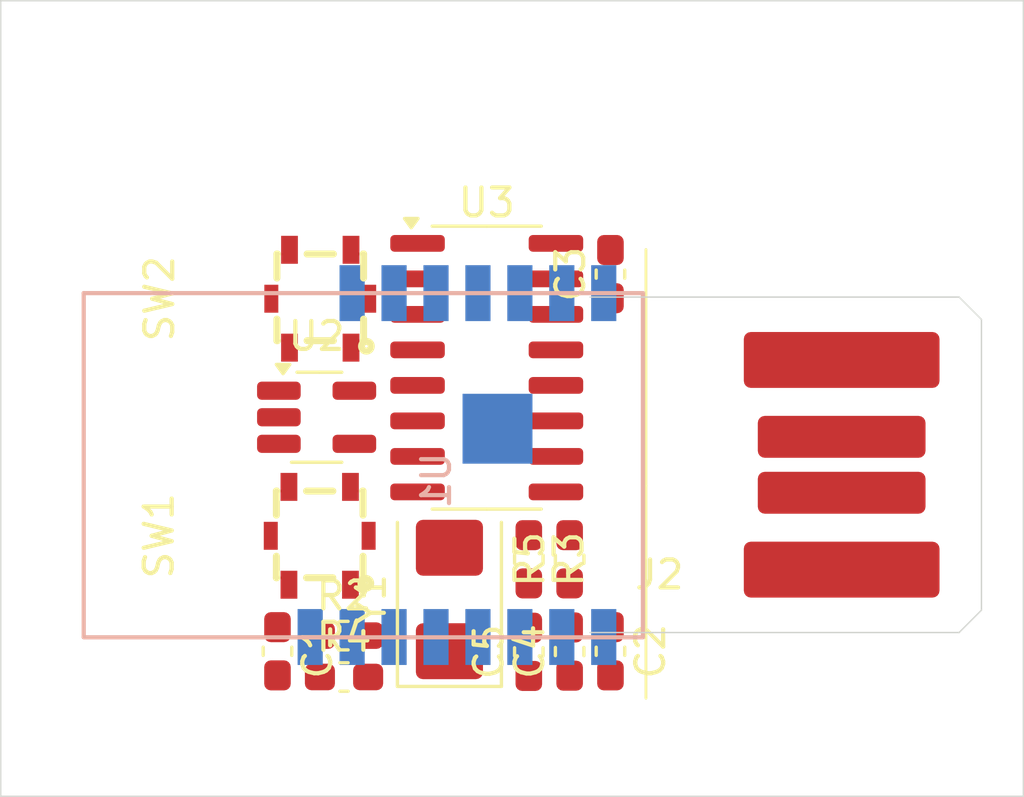
<source format=kicad_pcb>
(kicad_pcb (version 20241229) (generator "pcbnew") (generator_version "9.0")
  (layers (0 "F.Cu" signal) (2 "B.Cu" signal) (13 "F.Paste" user) (15 "B.Paste" user) (5 "F.SilkS" user "F.Silkscreen") (7 "B.SilkS" user "B.Silkscreen") (1 "F.Mask" user) (3 "B.Mask" user) (25 "Edge.Cuts" user))
  (net 0 "")
  (net 1 "GND")
  (net 2 "VBUS")
  (net 3 "+3.3V")
  (net 4 "Net-(U3-XO)")
  (net 5 "Net-(U3-XI)")
  (net 6 "D+")
  (net 7 "D-")
  (net 8 "Net-(U2-EN)")
  (net 9 "Net-(U1-GPIO0)")
  (net 10 "Net-(U1-RST)")
  (net 11 "Net-(U1-GPIO2)")
  (net 18 "Net-(U1-RX)")
  (net 26 "Net-(U1-TX)")
  (footprint "Capacitor_SMD:C_0603_1608Metric_Pad1.08x0.95mm_HandSolder" (layer "F.Cu") (at 127.77 81.76 90)
    (property "Reference" "C4" (at 0 -1.43 90) (layer "F.SilkS"))
    (property "Value" "30pF")
    (fp_line (start -0.146267 -0.51) (end 0.146267 -0.51) (stroke (width 0.12)) (layer "F.SilkS"))
    (fp_line (start -0.146267 0.51) (end 0.146267 0.51) (stroke (width 0.12)) (layer "F.SilkS"))
    (pad "1" smd roundrect (at -0.8625 0 90) (size 1.075 0.95) (layers "F.Cu" "F.Mask" "F.Paste") (net 4 "Net-(U3-XO)"))
    (pad "2" smd roundrect (at 0.8625 0 90) (size 1.075 0.95) (layers "F.Cu" "F.Mask" "F.Paste") (net 1 "GND"))
  )
  (footprint "Crystal:Crystal_SMD_5032-2Pin_5.0x3.2mm" (layer "F.Cu") (at 123.47 79.8975 90)
    (property "Reference" "Y1" (at 0 -2.8 90) (layer "F.SilkS"))
    (property "Value" "12MHz")
    (fp_line (start 2.76 -1.86) (end -3.11 -1.86) (stroke (width 0.12)) (layer "F.SilkS"))
    (fp_line (start -3.11 -1.86) (end -3.11 1.86) (stroke (width 0.12)) (layer "F.SilkS"))
    (fp_line (start -3.11 1.86) (end 2.76 1.86) (stroke (width 0.12)) (layer "F.SilkS"))
    (pad "1" smd roundrect (at -1.85 0 90) (size 2 2.4) (layers "F.Cu" "F.Mask" "F.Paste") (roundrect_rratio 0.125) (net 4 "Net-(U3-XO)"))
    (pad "2" smd roundrect (at 1.85 0 90) (size 2 2.4) (layers "F.Cu" "F.Mask" "F.Paste") (roundrect_rratio 0.125) (net 5 "Net-(U3-XI)"))
  )
  (footprint "Capacitor_SMD:C_0603_1608Metric_Pad1.08x0.95mm_HandSolder" (layer "F.Cu") (at 119.7 82.67)
    (property "Reference" "R4" (at 0 -1.43 0) (layer "F.SilkS"))
    (property "Value" "10k")
    (fp_line (start -0.146267 -0.51) (end 0.146267 -0.51) (stroke (width 0.12)) (layer "F.SilkS"))
    (fp_line (start -0.146267 0.51) (end 0.146267 0.51) (stroke (width 0.12)) (layer "F.SilkS"))
    (pad "1" smd roundrect (at -0.8625 0) (size 1.075 0.95) (layers "F.Cu" "F.Mask" "F.Paste") (net 10 "Net-(U1-RST)"))
    (pad "2" smd roundrect (at 0.8625 0) (size 1.075 0.95) (layers "F.Cu" "F.Mask" "F.Paste") (net 3 "+3.3V"))
  )
  (footprint "Capacitor_SMD:C_0603_1608Metric_Pad1.08x0.95mm_HandSolder" (layer "F.Cu") (at 127.77 78.46 90)
    (property "Reference" "R5" (at 0 -1.43 90) (layer "F.SilkS"))
    (property "Value" "10k")
    (fp_line (start -0.146267 -0.51) (end 0.146267 -0.51) (stroke (width 0.12)) (layer "F.SilkS"))
    (fp_line (start -0.146267 0.51) (end 0.146267 0.51) (stroke (width 0.12)) (layer "F.SilkS"))
    (pad "1" smd roundrect (at -0.8625 0 90) (size 1.075 0.95) (layers "F.Cu" "F.Mask" "F.Paste") (net 3 "+3.3V"))
    (pad "2" smd roundrect (at 0.8625 0 90) (size 1.075 0.95) (layers "F.Cu" "F.Mask" "F.Paste") (net 11 "Net-(U1-GPIO2)"))
  )
  (footprint "button:KEY-SMD_4P-L3.1-W3.1-P2.00_TS-1077S-01726" (layer "F.Cu") (at 118.85 69.14 90)
    (property "Reference" "SW2" (at 0 -5.75 90) (layer "F.SilkS"))
    (property "Value" "TS-1077S-01726")
    (fp_line (start 1.6 -1.55) (end 1.6 -1.53) (stroke (width 0.25)) (layer "F.SilkS"))
    (fp_line (start 0.74 -1.55) (end 1.6 -1.55) (stroke (width 0.25)) (layer "F.SilkS"))
    (fp_line (start -1.5 -1.55) (end -0.73 -1.55) (stroke (width 0.25)) (layer "F.SilkS"))
    (fp_line (start -1.5 -1.53) (end -1.5 -1.55) (stroke (width 0.25)) (layer "F.SilkS"))
    (fp_line (start 1.6 -0.47) (end 1.6 0.47) (stroke (width 0.25)) (layer "F.SilkS"))
    (fp_line (start -1.5 0.47) (end -1.5 -0.47) (stroke (width 0.25)) (layer "F.SilkS"))
    (fp_line (start 1.6 1.53) (end 1.6 1.55) (stroke (width 0.25)) (layer "F.SilkS"))
    (fp_line (start 1.6 1.55) (end 0.74 1.55) (stroke (width 0.25)) (layer "F.SilkS"))
    (fp_line (start -0.73 1.55) (end -1.5 1.55) (stroke (width 0.25)) (layer "F.SilkS"))
    (fp_line (start -1.5 1.55) (end -1.5 1.53) (stroke (width 0.25)) (layer "F.SilkS"))
    (fp_circle (center -1.7 1.65) (end -1.65 1.65) (stroke (width 0.25)) (fill no) (layer "F.SilkS"))
    (pad "1" smd rect (at -1.75 1.1 180) (size 0.6 1) (layers "F.Cu" "F.Mask" "F.Paste") (net 10 "Net-(U1-RST)"))
    (pad "2" smd rect (at 1.75 1.1 180) (size 0.6 1) (layers "F.Cu" "F.Mask" "F.Paste"))
    (pad "3" smd rect (at 1.75 -1.1 180) (size 0.6 1) (layers "F.Cu" "F.Mask" "F.Paste") (net 1 "GND"))
    (pad "4" smd rect (at -1.75 -1.1 180) (size 0.6 1) (layers "F.Cu" "F.Mask" "F.Paste"))
    (pad "5" smd rect (at 0 -1.75 180) (size 0.5 1) (layers "F.Cu" "F.Mask" "F.Paste"))
    (pad "5" smd rect (at 0 1.75 180) (size 0.5 1) (layers "F.Cu" "F.Mask" "F.Paste"))
  )
  (footprint "Capacitor_SMD:C_0603_1608Metric_Pad1.08x0.95mm_HandSolder" (layer "F.Cu") (at 129.23 68.26 90)
    (property "Reference" "C3" (at 0 -1.43 90) (layer "F.SilkS"))
    (property "Value" "100nF")
    (fp_line (start -0.146267 -0.51) (end 0.146267 -0.51) (stroke (width 0.12)) (layer "F.SilkS"))
    (fp_line (start -0.146267 0.51) (end 0.146267 0.51) (stroke (width 0.12)) (layer "F.SilkS"))
    (pad "1" smd roundrect (at -0.8625 0 90) (size 1.075 0.95) (layers "F.Cu" "F.Mask" "F.Paste") (net 3 "+3.3V"))
    (pad "2" smd roundrect (at 0.8625 0 90) (size 1.075 0.95) (layers "F.Cu" "F.Mask" "F.Paste") (net 1 "GND"))
  )
  (footprint "Package_SO:SOIC-16_3.9x9.9mm_P1.27mm" (layer "F.Cu") (at 124.805 71.605)
    (property "Reference" "U3" (at 0 -5.9 0) (layer "F.SilkS"))
    (property "Value" "CH340G")
    (fp_line (start 0 -5.06) (end -1.95 -5.06) (stroke (width 0.12)) (layer "F.SilkS"))
    (fp_line (start 0 -5.06) (end 1.95 -5.06) (stroke (width 0.12)) (layer "F.SilkS"))
    (fp_line (start 0 5.06) (end -1.95 5.06) (stroke (width 0.12)) (layer "F.SilkS"))
    (fp_line (start 0 5.06) (end 1.95 5.06) (stroke (width 0.12)) (layer "F.SilkS"))
    (fp_poly (pts (xy -2.7 -5.005) (xy -2.94 -5.335) (xy -2.46 -5.335)) (stroke (width 0.12)) (fill yes) (layer "F.SilkS"))
    (pad "1" smd roundrect (at -2.475 -4.445) (size 1.95 0.6) (layers "F.Cu" "F.Mask" "F.Paste") (net 1 "GND"))
    (pad "2" smd roundrect (at -2.475 -3.175) (size 1.95 0.6) (layers "F.Cu" "F.Mask" "F.Paste") (net 18 "Net-(U1-RX)"))
    (pad "3" smd roundrect (at -2.475 -1.905) (size 1.95 0.6) (layers "F.Cu" "F.Mask" "F.Paste") (net 26 "Net-(U1-TX)"))
    (pad "4" smd roundrect (at -2.475 -0.635) (size 1.95 0.6) (layers "F.Cu" "F.Mask" "F.Paste") (net 3 "+3.3V"))
    (pad "5" smd roundrect (at -2.475 0.635) (size 1.95 0.6) (layers "F.Cu" "F.Mask" "F.Paste") (net 6 "D+"))
    (pad "6" smd roundrect (at -2.475 1.905) (size 1.95 0.6) (layers "F.Cu" "F.Mask" "F.Paste") (net 7 "D-"))
    (pad "7" smd roundrect (at -2.475 3.175) (size 1.95 0.6) (layers "F.Cu" "F.Mask" "F.Paste") (net 5 "Net-(U3-XI)"))
    (pad "8" smd roundrect (at -2.475 4.445) (size 1.95 0.6) (layers "F.Cu" "F.Mask" "F.Paste") (net 4 "Net-(U3-XO)"))
    (pad "9" smd roundrect (at 2.475 4.445) (size 1.95 0.6) (layers "F.Cu" "F.Mask" "F.Paste"))
    (pad "10" smd roundrect (at 2.475 3.175) (size 1.95 0.6) (layers "F.Cu" "F.Mask" "F.Paste"))
    (pad "11" smd roundrect (at 2.475 1.905) (size 1.95 0.6) (layers "F.Cu" "F.Mask" "F.Paste"))
    (pad "12" smd roundrect (at 2.475 0.635) (size 1.95 0.6) (layers "F.Cu" "F.Mask" "F.Paste"))
    (pad "13" smd roundrect (at 2.475 -0.635) (size 1.95 0.6) (layers "F.Cu" "F.Mask" "F.Paste"))
    (pad "14" smd roundrect (at 2.475 -1.905) (size 1.95 0.6) (layers "F.Cu" "F.Mask" "F.Paste"))
    (pad "15" smd roundrect (at 2.475 -3.175) (size 1.95 0.6) (layers "F.Cu" "F.Mask" "F.Paste"))
    (pad "16" smd roundrect (at 2.475 -4.445) (size 1.95 0.6) (layers "F.Cu" "F.Mask" "F.Paste") (net 3 "+3.3V"))
  )
  (footprint "Capacitor_SMD:C_0603_1608Metric_Pad1.08x0.95mm_HandSolder" (layer "F.Cu") (at 126.31 78.46 -90)
    (property "Reference" "R3" (at 0 -1.43 90) (layer "F.SilkS"))
    (property "Value" "10k")
    (fp_line (start -0.146267 0.51) (end 0.146267 0.51) (stroke (width 0.12)) (layer "F.SilkS"))
    (fp_line (start -0.146267 -0.51) (end 0.146267 -0.51) (stroke (width 0.12)) (layer "F.SilkS"))
    (pad "1" smd roundrect (at -0.8625 0 270) (size 1.075 0.95) (layers "F.Cu" "F.Mask" "F.Paste") (net 9 "Net-(U1-GPIO0)"))
    (pad "2" smd roundrect (at 0.8625 0 270) (size 1.075 0.95) (layers "F.Cu" "F.Mask" "F.Paste") (net 3 "+3.3V"))
  )
  (footprint "Capacitor_SMD:C_0603_1608Metric_Pad1.08x0.95mm_HandSolder" (layer "F.Cu") (at 126.31 81.77 90)
    (property "Reference" "C5" (at 0 -1.43 90) (layer "F.SilkS"))
    (property "Value" "30pF")
    (fp_line (start -0.146267 -0.51) (end 0.146267 -0.51) (stroke (width 0.12)) (layer "F.SilkS"))
    (fp_line (start -0.146267 0.51) (end 0.146267 0.51) (stroke (width 0.12)) (layer "F.SilkS"))
    (pad "1" smd roundrect (at -0.8625 0 90) (size 1.075 0.95) (layers "F.Cu" "F.Mask" "F.Paste") (net 5 "Net-(U3-XI)"))
    (pad "2" smd roundrect (at 0.8625 0 90) (size 1.075 0.95) (layers "F.Cu" "F.Mask" "F.Paste") (net 1 "GND"))
  )
  (footprint "Capacitor_SMD:C_0603_1608Metric_Pad1.08x0.95mm_HandSolder" (layer "F.Cu") (at 119.7 81.19)
    (property "Reference" "R2" (at 0 -1.43 0) (layer "F.SilkS"))
    (property "Value" "1k")
    (fp_line (start -0.146267 -0.51) (end 0.146267 -0.51) (stroke (width 0.12)) (layer "F.SilkS"))
    (fp_line (start -0.146267 0.51) (end 0.146267 0.51) (stroke (width 0.12)) (layer "F.SilkS"))
    (pad "1" smd roundrect (at -0.8625 0) (size 1.075 0.95) (layers "F.Cu" "F.Mask" "F.Paste") (net 2 "VBUS"))
    (pad "2" smd roundrect (at 0.8625 0) (size 1.075 0.95) (layers "F.Cu" "F.Mask" "F.Paste") (net 8 "Net-(U2-EN)"))
  )
  (footprint "Capacitor_SMD:C_0603_1608Metric_Pad1.08x0.95mm_HandSolder" (layer "F.Cu") (at 129.23 81.75 -90)
    (property "Reference" "C2" (at 0 -1.43 90) (layer "F.SilkS"))
    (property "Value" "1uF")
    (fp_line (start -0.146267 0.51) (end 0.146267 0.51) (stroke (width 0.12)) (layer "F.SilkS"))
    (fp_line (start -0.146267 -0.51) (end 0.146267 -0.51) (stroke (width 0.12)) (layer "F.SilkS"))
    (pad "1" smd roundrect (at -0.8625 0 270) (size 1.075 0.95) (layers "F.Cu" "F.Mask" "F.Paste") (net 3 "+3.3V"))
    (pad "2" smd roundrect (at 0.8625 0 270) (size 1.075 0.95) (layers "F.Cu" "F.Mask" "F.Paste") (net 1 "GND"))
  )
  (footprint "Package_TO_SOT_SMD:SOT-23-5_HandSoldering" (layer "F.Cu") (at 118.72 73.38)
    (property "Reference" "U2" (at 0 -2.9 0) (layer "F.SilkS"))
    (property "Value" "AP2112K-3.3")
    (fp_line (start -0.9 1.61) (end 0.9 1.61) (stroke (width 0.12)) (layer "F.SilkS"))
    (fp_line (start 0.1 -1.61) (end -0.7 -1.61) (stroke (width 0.12)) (layer "F.SilkS"))
    (fp_line (start 0.1 -1.61) (end 0.9 -1.61) (stroke (width 0.12)) (layer "F.SilkS"))
    (fp_poly (pts (xy -1.2 -1.56) (xy -1.44 -1.89) (xy -0.96 -1.89) (xy -1.2 -1.56)) (stroke (width 0.12)) (fill yes) (layer "F.SilkS"))
    (pad "1" smd roundrect (at -1.35 -0.95) (size 1.56 0.65) (layers "F.Cu" "F.Mask" "F.Paste") (net 2 "VBUS"))
    (pad "2" smd roundrect (at -1.35 0) (size 1.56 0.65) (layers "F.Cu" "F.Mask" "F.Paste") (net 1 "GND"))
    (pad "3" smd roundrect (at -1.35 0.95) (size 1.56 0.65) (layers "F.Cu" "F.Mask" "F.Paste") (net 8 "Net-(U2-EN)"))
    (pad "4" smd roundrect (at 1.35 0.95) (size 1.56 0.65) (layers "F.Cu" "F.Mask" "F.Paste"))
    (pad "5" smd roundrect (at 1.35 -0.95) (size 1.56 0.65) (layers "F.Cu" "F.Mask" "F.Paste") (net 3 "+3.3V"))
  )
  (footprint "Connector_USB_PCB_Edge:USB_A_PCB_Edge_receptacle" (layer "F.Cu") (at 137.5 75.08 180)
    (property "Reference" "J2" (at 6.52 -3.93 0) (layer "F.SilkS"))
    (property "Value" "USB_A_PCB_Edge_receptacle")
    (fp_line (start 9 6) (end -4.2 6) (stroke (width 0.05)) (layer "Edge.Cuts"))
    (fp_line (start 9 -6) (end -4.2 -6) (stroke (width 0.05)) (layer "Edge.Cuts"))
    (fp_line (start -5 5.2) (end -4.2 6) (stroke (width 0.05)) (layer "Edge.Cuts"))
    (fp_line (start -5 -5.2) (end -4.2 -6) (stroke (width 0.05)) (layer "Edge.Cuts"))
    (fp_line (start -5 -5.2) (end -5 5.2) (stroke (width 0.05)) (layer "Edge.Cuts"))
    (pad "1" smd roundrect (at 0 3.75 180) (size 7 2) (layers "F.Cu" "F.Mask") (roundrect_rratio 0.125) (net 2 "VBUS"))
    (pad "2" smd roundrect (at 0 1 180) (size 6 1.5) (layers "F.Cu" "F.Mask") (roundrect_rratio 0.1666666667) (net 7 "D-"))
    (pad "3" smd roundrect (at 0 -1 180) (size 6 1.5) (layers "F.Cu" "F.Mask") (roundrect_rratio 0.1666666667) (net 6 "D+"))
    (pad "4" smd roundrect (at 0 -3.75 180) (size 7 2) (layers "F.Cu" "F.Mask") (roundrect_rratio 0.125) (net 1 "GND"))
  )
  (footprint "button:KEY-SMD_4P-L3.1-W3.1-P2.00_TS-1077S-01726" (layer "F.Cu") (at 118.83 77.62 90)
    (property "Reference" "SW1" (at 0 -5.75 90) (layer "F.SilkS"))
    (property "Value" "TS-1077S-01726")
    (fp_line (start 1.6 -1.55) (end 1.6 -1.53) (stroke (width 0.25)) (layer "F.SilkS"))
    (fp_line (start 0.74 -1.55) (end 1.6 -1.55) (stroke (width 0.25)) (layer "F.SilkS"))
    (fp_line (start -1.5 -1.55) (end -0.73 -1.55) (stroke (width 0.25)) (layer "F.SilkS"))
    (fp_line (start -1.5 -1.53) (end -1.5 -1.55) (stroke (width 0.25)) (layer "F.SilkS"))
    (fp_line (start 1.6 -0.47) (end 1.6 0.47) (stroke (width 0.25)) (layer "F.SilkS"))
    (fp_line (start -1.5 0.47) (end -1.5 -0.47) (stroke (width 0.25)) (layer "F.SilkS"))
    (fp_line (start 1.6 1.53) (end 1.6 1.55) (stroke (width 0.25)) (layer "F.SilkS"))
    (fp_line (start 1.6 1.55) (end 0.74 1.55) (stroke (width 0.25)) (layer "F.SilkS"))
    (fp_line (start -0.73 1.55) (end -1.5 1.55) (stroke (width 0.25)) (layer "F.SilkS"))
    (fp_line (start -1.5 1.55) (end -1.5 1.53) (stroke (width 0.25)) (layer "F.SilkS"))
    (fp_circle (center -1.7 1.65) (end -1.65 1.65) (stroke (width 0.25)) (fill no) (layer "F.SilkS"))
    (pad "1" smd rect (at -1.75 1.1 180) (size 0.6 1) (layers "F.Cu" "F.Mask" "F.Paste") (net 9 "Net-(U1-GPIO0)"))
    (pad "2" smd rect (at 1.75 1.1 180) (size 0.6 1) (layers "F.Cu" "F.Mask" "F.Paste"))
    (pad "3" smd rect (at 1.75 -1.1 180) (size 0.6 1) (layers "F.Cu" "F.Mask" "F.Paste") (net 1 "GND"))
    (pad "4" smd rect (at -1.75 -1.1 180) (size 0.6 1) (layers "F.Cu" "F.Mask" "F.Paste"))
    (pad "5" smd rect (at 0 -1.75 180) (size 0.5 1) (layers "F.Cu" "F.Mask" "F.Paste"))
    (pad "5" smd rect (at 0 1.75 180) (size 0.5 1) (layers "F.Cu" "F.Mask" "F.Paste"))
  )
  (footprint "Capacitor_SMD:C_0603_1608Metric_Pad1.08x0.95mm_HandSolder" (layer "F.Cu") (at 117.32 81.75 -90)
    (property "Reference" "C1" (at 0 -1.43 90) (layer "F.SilkS"))
    (property "Value" "1uF")
    (fp_line (start -0.146267 0.51) (end 0.146267 0.51) (stroke (width 0.12)) (layer "F.SilkS"))
    (fp_line (start -0.146267 -0.51) (end 0.146267 -0.51) (stroke (width 0.12)) (layer "F.SilkS"))
    (pad "1" smd roundrect (at -0.8625 0 270) (size 1.075 0.95) (layers "F.Cu" "F.Mask" "F.Paste") (net 2 "VBUS"))
    (pad "2" smd roundrect (at 0.8625 0 270) (size 1.075 0.95) (layers "F.Cu" "F.Mask" "F.Paste") (net 1 "GND"))
  )
  (footprint "ESP8285:ESP-M2" (layer "B.Cu") (at 122.99 75.09 -90)
    (property "Reference" "U1" (at 0.55 -0.01 90) (layer "B.SilkS") (effects (justify mirror)))
    (property "Value" "ESP-M2")
    (fp_line (start -6.15 12.6) (end 6.15 12.6) (stroke (width 0.15)) (layer "B.SilkS"))
    (fp_line (start -6.15 -7.4) (end -6.15 12.6) (stroke (width 0.15)) (layer "B.SilkS"))
    (fp_line (start 6.15 -7.4) (end -6.15 -7.4) (stroke (width 0.15)) (layer "B.SilkS"))
    (fp_line (start 6.16 -7.4) (end 6.16 12.6) (stroke (width 0.15)) (layer "B.SilkS"))
    (pad "1" smd rect (at -6.15 3 180) (size 0.9 2) (layers "B.Cu" "B.Mask" "B.Paste"))
    (pad "2" smd rect (at -6.15 1.5 180) (size 0.9 2) (layers "B.Cu" "B.Mask" "B.Paste"))
    (pad "3" smd rect (at -6.15 0 180) (size 0.9 2) (layers "B.Cu" "B.Mask" "B.Paste"))
    (pad "4" smd rect (at -6.15 -1.5 180) (size 0.9 2) (layers "B.Cu" "B.Mask" "B.Paste"))
    (pad "5" smd rect (at -6.15 -3 180) (size 0.9 2) (layers "B.Cu" "B.Mask" "B.Paste"))
    (pad "6" smd rect (at -6.15 -4.5 180) (size 0.9 2) (layers "B.Cu" "B.Mask" "B.Paste"))
    (pad "7" smd rect (at -6.15 -6 180) (size 0.9 2) (layers "B.Cu" "B.Mask" "B.Paste") (net 3 "+3.3V"))
    (pad "8" smd rect (at 6.15 -6 180) (size 0.9 2) (layers "B.Cu" "B.Mask" "B.Paste") (net 1 "GND"))
    (pad "9" smd rect (at 6.15 -4.5 180) (size 0.9 2) (layers "B.Cu" "B.Mask" "B.Paste") (net 11 "Net-(U1-GPIO2)"))
    (pad "10" smd rect (at 6.15 -3 180) (size 0.9 2) (layers "B.Cu" "B.Mask" "B.Paste") (net 9 "Net-(U1-GPIO0)"))
    (pad "11" smd rect (at 6.15 -1.5 180) (size 0.9 2) (layers "B.Cu" "B.Mask" "B.Paste"))
    (pad "12" smd rect (at 6.15 0 180) (size 0.9 2) (layers "B.Cu" "B.Mask" "B.Paste"))
    (pad "13" smd rect (at 6.15 1.5 180) (size 0.9 2) (layers "B.Cu" "B.Mask" "B.Paste") (net 18 "Net-(U1-RX)"))
    (pad "14" smd rect (at 6.15 3 180) (size 0.9 2) (layers "B.Cu" "B.Mask" "B.Paste") (net 26 "Net-(U1-TX)"))
    (pad "15" smd rect (at 6.15 4.5 180) (size 0.9 2) (layers "B.Cu" "B.Mask" "B.Paste") (net 10 "Net-(U1-RST)"))
    (pad "16" smd rect (at -1.3 -2.2 180) (size 2.5 2.5) (layers "B.Cu" "B.Mask" "B.Paste") (net 1 "GND"))
  )
  (gr_line (start 130.5 75.83) (end 130.5 67.38) (stroke (width 0.1)) (layer "F.SilkS"))
  (gr_line (start 130.5 75.83) (end 130.5 83.43) (stroke (width 0.1)) (layer "F.SilkS"))
  (gr_rect (start 107.42 58.48) (end 144 86.94) (stroke (width 0.05)) (fill no) (layer "Edge.Cuts"))
)
</source>
